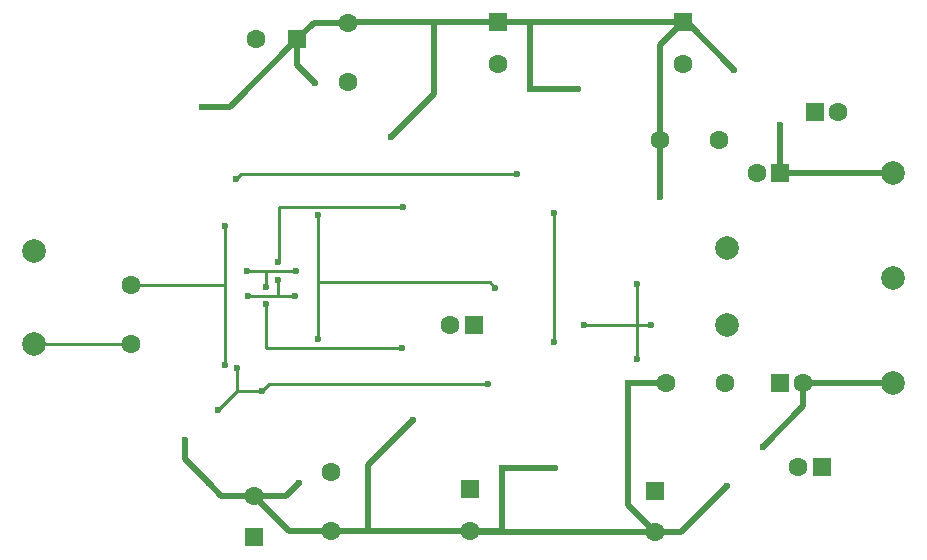
<source format=gbr>
G04 #@! TF.GenerationSoftware,KiCad,Pcbnew,(5.1.8-0-10_14)*
G04 #@! TF.CreationDate,2020-12-23T19:49:06+01:00*
G04 #@! TF.ProjectId,pre-amp-discret,7072652d-616d-4702-9d64-697363726574,rev?*
G04 #@! TF.SameCoordinates,Original*
G04 #@! TF.FileFunction,Copper,L2,Bot*
G04 #@! TF.FilePolarity,Positive*
%FSLAX46Y46*%
G04 Gerber Fmt 4.6, Leading zero omitted, Abs format (unit mm)*
G04 Created by KiCad (PCBNEW (5.1.8-0-10_14)) date 2020-12-23 19:49:06*
%MOMM*%
%LPD*%
G01*
G04 APERTURE LIST*
G04 #@! TA.AperFunction,ComponentPad*
%ADD10C,1.600000*%
G04 #@! TD*
G04 #@! TA.AperFunction,ComponentPad*
%ADD11R,1.600000X1.600000*%
G04 #@! TD*
G04 #@! TA.AperFunction,ComponentPad*
%ADD12C,2.000000*%
G04 #@! TD*
G04 #@! TA.AperFunction,ViaPad*
%ADD13C,0.600000*%
G04 #@! TD*
G04 #@! TA.AperFunction,Conductor*
%ADD14C,0.500000*%
G04 #@! TD*
G04 #@! TA.AperFunction,Conductor*
%ADD15C,0.250000*%
G04 #@! TD*
G04 APERTURE END LIST*
D10*
X162560000Y-143301600D03*
D11*
X162560000Y-139801600D03*
D10*
X164922200Y-103779200D03*
D11*
X164922200Y-100279200D03*
D10*
X160864800Y-125882400D03*
D11*
X162864800Y-125882400D03*
D10*
X144246600Y-140365600D03*
D11*
X144246600Y-143865600D03*
D10*
X144404200Y-101727000D03*
D11*
X147904200Y-101727000D03*
D10*
X178181000Y-143433800D03*
D11*
X178181000Y-139933800D03*
D10*
X180594000Y-103766500D03*
D11*
X180594000Y-100266500D03*
D10*
X190322200Y-137896600D03*
D11*
X192322200Y-137896600D03*
D10*
X190754000Y-130810000D03*
D11*
X188754000Y-130810000D03*
D10*
X193719200Y-107848400D03*
D11*
X191719200Y-107848400D03*
D10*
X186798200Y-113055400D03*
D11*
X188798200Y-113055400D03*
D10*
X150774400Y-138328400D03*
X150774400Y-143328400D03*
X152222200Y-100304600D03*
X152222200Y-105304600D03*
X184133500Y-130810000D03*
X179133500Y-130810000D03*
X178642000Y-110210600D03*
X183642000Y-110210600D03*
D12*
X184302400Y-119354600D03*
X184251600Y-125907800D03*
X198374000Y-121920000D03*
X125603000Y-127508000D03*
X198374000Y-130810000D03*
X125603000Y-119634000D03*
X198374000Y-113030000D03*
D10*
X133858000Y-127491500D03*
X133858000Y-122491500D03*
D13*
X178612800Y-115062000D03*
X167614600Y-105943400D03*
X171704000Y-105943400D03*
X159512000Y-103759000D03*
X155879800Y-110007400D03*
X184912000Y-104317800D03*
X149428200Y-105435400D03*
X139801600Y-107442000D03*
X141757400Y-129311400D03*
X141782800Y-117500400D03*
X175895000Y-130810000D03*
X165201600Y-137972800D03*
X169722800Y-137998200D03*
X153924000Y-140004800D03*
X157708600Y-133959600D03*
X148056600Y-139293600D03*
X184277000Y-139522200D03*
X138404600Y-135636000D03*
X140411200Y-139293600D03*
X164020500Y-130873500D03*
X142773400Y-129565400D03*
X141198600Y-133096000D03*
X144881600Y-131470400D03*
X188798200Y-108940600D03*
X187325000Y-136194800D03*
X143713200Y-123418600D03*
X147751800Y-123418600D03*
X146304000Y-120599200D03*
X146304000Y-122123200D03*
X156819600Y-115925600D03*
X164642800Y-122732800D03*
X149656800Y-127127000D03*
X149656800Y-116611400D03*
X176657000Y-122428000D03*
X176657000Y-128778000D03*
X172212000Y-125882400D03*
X177850800Y-125907800D03*
X169672000Y-127304800D03*
X169672000Y-116433600D03*
X166547800Y-113106200D03*
X142737800Y-113548200D03*
X143687800Y-121310400D03*
X147777200Y-121310400D03*
X156743400Y-127889000D03*
X145237200Y-124129800D03*
X145237200Y-122656600D03*
D14*
X157226000Y-100266500D02*
X157226000Y-100266500D01*
X169926000Y-100266500D02*
X172974000Y-100266500D01*
X172974000Y-100266500D02*
X180594000Y-100266500D01*
X178642000Y-102218500D02*
X178642000Y-110210600D01*
X180594000Y-100266500D02*
X178642000Y-102218500D01*
X178642000Y-115032800D02*
X178612800Y-115062000D01*
X178642000Y-110210600D02*
X178642000Y-115032800D01*
X167614600Y-100355400D02*
X167703500Y-100266500D01*
X167614600Y-105943400D02*
X167614600Y-100355400D01*
X167703500Y-100266500D02*
X169926000Y-100266500D01*
X165989000Y-100266500D02*
X167703500Y-100266500D01*
X167614600Y-105943400D02*
X171704000Y-105943400D01*
X159512000Y-100457000D02*
X159321500Y-100266500D01*
X159512000Y-103759000D02*
X159512000Y-100457000D01*
X159321500Y-100266500D02*
X165989000Y-100266500D01*
X159512000Y-106375200D02*
X155879800Y-110007400D01*
X159512000Y-103759000D02*
X159512000Y-106375200D01*
X152260300Y-100266500D02*
X152222200Y-100304600D01*
X159321500Y-100266500D02*
X152260300Y-100266500D01*
X147904200Y-101727000D02*
X147929600Y-101727000D01*
X180860700Y-100266500D02*
X180594000Y-100266500D01*
X184912000Y-104317800D02*
X180860700Y-100266500D01*
X147904200Y-101727000D02*
X148056600Y-101727000D01*
X142189200Y-107442000D02*
X147904200Y-101727000D01*
X139801600Y-107442000D02*
X142189200Y-107442000D01*
X149326600Y-100304600D02*
X147904200Y-101727000D01*
X152222200Y-100304600D02*
X149326600Y-100304600D01*
X147904200Y-103911400D02*
X149428200Y-105435400D01*
X147904200Y-101727000D02*
X147904200Y-103911400D01*
D15*
X133841500Y-127508000D02*
X133858000Y-127491500D01*
X125603000Y-127508000D02*
X133841500Y-127508000D01*
X141782800Y-129286000D02*
X141757400Y-129311400D01*
X133858000Y-122491500D02*
X141719300Y-122491500D01*
X141719300Y-122491500D02*
X141782800Y-122428000D01*
X141782800Y-122428000D02*
X141782800Y-129286000D01*
X141782800Y-117500400D02*
X141782800Y-122428000D01*
D14*
X156210000Y-143383000D02*
X160020000Y-143383000D01*
X160020000Y-143383000D02*
X165163500Y-143383000D01*
X179133500Y-130810000D02*
X175895000Y-130810000D01*
X165201600Y-143344900D02*
X165163500Y-143383000D01*
X165201600Y-137972800D02*
X165201600Y-143344900D01*
X169697400Y-137972800D02*
X169722800Y-137998200D01*
X165201600Y-137972800D02*
X169697400Y-137972800D01*
X153924000Y-143230600D02*
X154076400Y-143383000D01*
X153924000Y-140004800D02*
X153924000Y-143230600D01*
X154076400Y-143383000D02*
X156210000Y-143383000D01*
X153924000Y-137744200D02*
X157708600Y-133959600D01*
X153924000Y-140004800D02*
X153924000Y-137744200D01*
X150829000Y-143383000D02*
X150774400Y-143328400D01*
X154076400Y-143383000D02*
X150829000Y-143383000D01*
X180390800Y-143408400D02*
X175793400Y-143408400D01*
X184277000Y-139522200D02*
X180390800Y-143408400D01*
X162666800Y-143408400D02*
X162560000Y-143301600D01*
X175793400Y-143408400D02*
X162666800Y-143408400D01*
X178181000Y-143433800D02*
X175920400Y-141173200D01*
X175920400Y-130835400D02*
X175895000Y-130810000D01*
X175920400Y-141173200D02*
X175920400Y-130835400D01*
X147209400Y-143328400D02*
X144246600Y-140365600D01*
X150774400Y-143328400D02*
X147209400Y-143328400D01*
X146984600Y-140365600D02*
X148056600Y-139293600D01*
X144246600Y-140365600D02*
X146984600Y-140365600D01*
X138404600Y-137287000D02*
X140411200Y-139293600D01*
X138404600Y-135636000D02*
X138404600Y-137287000D01*
X141483200Y-140365600D02*
X140411200Y-139293600D01*
X144246600Y-140365600D02*
X141483200Y-140365600D01*
D15*
X142773400Y-129565400D02*
X142773400Y-131470400D01*
X142773400Y-131521200D02*
X141198600Y-133096000D01*
X142773400Y-131470400D02*
X142773400Y-131521200D01*
X142773400Y-131470400D02*
X144881600Y-131470400D01*
X145478500Y-130873500D02*
X144881600Y-131470400D01*
X164020500Y-130873500D02*
X145478500Y-130873500D01*
D14*
X188823600Y-113030000D02*
X188798200Y-113055400D01*
X198374000Y-113030000D02*
X188823600Y-113030000D01*
X188798200Y-113055400D02*
X188798200Y-108940600D01*
X190754000Y-132765800D02*
X190754000Y-130810000D01*
X187325000Y-136194800D02*
X190754000Y-132765800D01*
X190754000Y-130810000D02*
X198374000Y-130810000D01*
D15*
X184238900Y-125920500D02*
X184251600Y-125907800D01*
X146329400Y-120573800D02*
X146304000Y-120599200D01*
X146329400Y-115925600D02*
X146329400Y-120573800D01*
X146304000Y-123393200D02*
X146329400Y-123418600D01*
X146304000Y-122123200D02*
X146304000Y-123393200D01*
X146329400Y-123418600D02*
X147751800Y-123418600D01*
X143713200Y-123418600D02*
X146329400Y-123418600D01*
X156819600Y-115925600D02*
X146329400Y-115925600D01*
X164642800Y-122732800D02*
X164185600Y-122275600D01*
X164185600Y-122275600D02*
X149707600Y-122275600D01*
X149656800Y-127127000D02*
X149656800Y-116611400D01*
X176657000Y-126809500D02*
X176657000Y-128778000D01*
X176657000Y-122428000D02*
X176657000Y-124460000D01*
X176657000Y-125984000D02*
X176657000Y-126809500D01*
X176657000Y-125920500D02*
X176657000Y-125984000D01*
X176657000Y-124460000D02*
X176657000Y-125920500D01*
X172250100Y-125920500D02*
X172212000Y-125882400D01*
X176657000Y-125920500D02*
X172250100Y-125920500D01*
X177838100Y-125920500D02*
X177850800Y-125907800D01*
X176657000Y-125920500D02*
X177838100Y-125920500D01*
X169672000Y-127304800D02*
X169672000Y-117449600D01*
X169672000Y-117449600D02*
X169672000Y-116941600D01*
X169672000Y-116941600D02*
X169672000Y-116433600D01*
X166547800Y-113106200D02*
X166535100Y-113093500D01*
X143179800Y-113106200D02*
X142737800Y-113548200D01*
X166547800Y-113106200D02*
X143179800Y-113106200D01*
X156743400Y-127889000D02*
X145237200Y-127889000D01*
X145237200Y-127889000D02*
X145237200Y-124129800D01*
X145237200Y-121386600D02*
X145161000Y-121310400D01*
X145237200Y-122656600D02*
X145237200Y-121386600D01*
X145161000Y-121310400D02*
X147777200Y-121310400D01*
X143687800Y-121310400D02*
X145161000Y-121310400D01*
M02*

</source>
